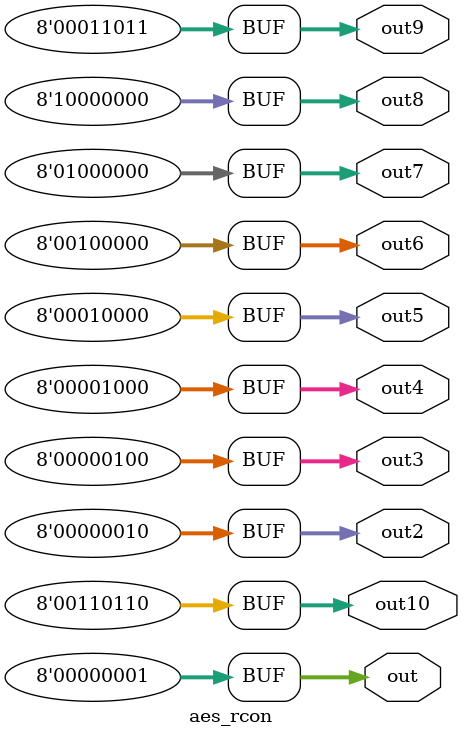
<source format=v>
module aes_key_expand_128(key,key_s0,key_s1,key_s2,key_s3,key_s4,key_s5,key_s6,key_s7,key_s8,key_s9,key_s10);
    input	[127:0]	key;
    output [127:0] key_s0,key_s1,key_s2,key_s3,key_s4,key_s5,key_s6,key_s7,key_s8,key_s9,key_s10;

    wire	[31:0]	w0,w1,w2,w3, w4, w5, w6, w7, w8, w9, w10, w11, w12, w13, w14, w15, w16, w17,
                                w18, w19, w20, w21, w22, w23, w24, w25, w26, w27, w28, w29, w30, w31, w32, w33,
                                w34, w35, w36, w37, w38, w39, w40, w41, w42, w43;
    wire [31:0]	subword, subword2,subword3,subword4,subword5, subword6, subword7,subword8,subword9,subword10;			
    wire [7:0] rcon, rcon2,rcon3,rcon4,rcon5, rcon6, rcon7,rcon8,rcon9,rcon10;	

    assign w0 =  key[127:096];
    assign w1 =  key[095:064];
    assign w2 =  key[063:032];
    assign w3 =  key[031:000];

    assign w4 =  key[127:096]^subword^{8'h01,24'b0};
    assign w5 =  key[095:064]^key[127:096]^subword^{8'h01,24'b0};
    assign w6 =  key[063:032]^key[095:064]^key[127:096]^subword^{8'h01,24'b0}; 
    assign w7 =  key[127:096]^key[095:064]^key[063:032]^key[031:000]^subword^{8'h01,24'b0};

    // Il round coefficient (rcon) viene aggiunto solo agli 8 bit più a sinistra della word
    // Infatti a rcon2 vengono concatenati a destra 24 bit a 0 e lo XOR fa passare invariati i 24 bit dell'altro ingresso
    assign w8  =  w4^subword2^{rcon2,24'b0};
    assign w9  =  w5^w4^subword2^{rcon2,24'b0};
    assign w10 =  w6^w5^w4^subword2^{rcon2,24'b0}; 
    assign w11 =  w7^w6^w5^w4^subword2^{rcon2,24'b0};


    assign w12  =  w8^subword3^{rcon3,24'b0};
    assign w13  =  w8^w9^subword3^{rcon3,24'b0};
    assign w14  =  w8^w9^w10^subword3^{rcon3,24'b0}; 
    assign w15  =  w8^w9^w10^w11^subword3^{rcon3,24'b0};


    assign w16  =  w12^subword4^{rcon4,24'b0};
    assign w17  =  w12^w13^subword4^{rcon4,24'b0};
    assign w18  =  w12^w13^w14^subword4^{rcon4,24'b0}; 
    assign w19  =  w12^w13^w14^w15^subword4^{rcon4,24'b0};


    assign w20  =  w16^subword5^{rcon5,24'b0};
    assign w21  =  w16^w17^subword5^{rcon5,24'b0};
    assign w22  =  w16^w17^w18^subword5^{rcon5,24'b0}; 
    assign w23  =  w16^w17^w18^w19^subword5^{rcon5,24'b0};


    assign w24  =  w20^subword6^{rcon6,24'b0};
    assign w25  =  w20^w21^subword6^{rcon6,24'b0};
    assign w26  =  w20^w21^w22^subword6^{rcon6,24'b0}; 
    assign w27  =  w20^w21^w22^w23^subword6^{rcon6,24'b0};

    assign w28  =  w24^subword7^{rcon7,24'b0};
    assign w29  =  w24^w25^subword7^{rcon7,24'b0};
    assign w30  =  w24^w25^w26^subword7^{rcon7,24'b0}; 
    assign w31  =  w24^w25^w26^w27^subword7^{rcon7,24'b0};


    assign w32  =  w28^subword8^{rcon8,24'b0};
    assign w33  =  w28^w29^subword8^{rcon8,24'b0};
    assign w34  =  w28^w29^w30^subword8^{rcon8,24'b0}; 
    assign w35  =  w28^w29^w30^w31^subword8^{rcon8,24'b0};

    assign w36  =  w32^subword9^{rcon9,24'b0};
    assign w37  =  w32^w33^subword9^{rcon9,24'b0};
    assign w38  =  w32^w33^w34^subword9^{rcon9,24'b0}; 
    assign w39  =  w32^w33^w34^w35^subword9^{rcon9,24'b0};

    assign w40  =  w36^subword10^{rcon10,24'b0};
    assign w41  =  w36^w37^subword10^{rcon10,24'b0};
    assign w42  =  w36^w37^w38^subword10^{rcon10,24'b0}; 
    assign w43  =  w36^w37^w38^w39^subword10^{rcon10,24'b0};


    aes_rcon r1(rcon,rcon2,rcon3,rcon4,rcon5,rcon6,rcon7,rcon8,rcon9,rcon10);

    // solo le word w[3], w[7], w[11], w[15], w[19], w[23], w[27], w[31], w[35] e w[39] vanno in ingresso alla funzione g()

    // sostituzione + spostamento dei byte (si tratta della funzione g())
    sbox u0(w3[23:16],subword[31:24]);
    sbox u1(w3[15:8], subword[23:16]);
    sbox u2(w3[7:0], subword[15:8]);
    sbox u3(w3[31:24], subword[7:0]); 

    sbox u4(w7[23:16], subword2[31:24]);
    sbox u5(w7[15:08], subword2[23:16]);
    sbox u6(w7[7:0], subword2[15:8]);
    sbox u7(w7[31:24], subword2[7:0]); 


    sbox u8(w11[23:16], subword3[31:24]);
    sbox u9(w11[15:8], subword3[23:16]);
    sbox u10(w11[7:0], subword3[15:08]);
    sbox u11(w11[31:24], subword3[7:0]); 


    sbox u12(w15[23:16], subword4[31:24]);
    sbox u13(w15[15:08], subword4[23:16]);
    sbox u14(w15[7:0], subword4[15:8]);
    sbox u15(w15[31:24], subword4[7:0]); 

    sbox u16(w19[23:16],subword5[31:24]);
    sbox u17(w19[15:8], subword5[23:16]);
    sbox u18(w19[7:0], subword5[15:8]);
    sbox u19(w19[31:24], subword5[7:0]); 

    sbox u20(w23[23:16], subword6[31:24]);
    sbox u21(w23[15:8], subword6[23:16]);
    sbox u22(w23[7:0], subword6[15:8]);
    sbox u23(w23[31:24], subword6[7:0]); 

    sbox u24(w27[23:16], subword7[31:24]);
    sbox u25(w27[15:08], subword7[23:16]);
    sbox u26(w27[7:0], subword7[15:8]);
    sbox u27(w27[31:24], subword7[7:0]); 

    sbox u28(w31[23:16], subword8[31:24]);
    sbox u29(w31[15:08], subword8[23:16]);
    sbox u30(w31[7:0], subword8[15:8]);
    sbox u31(w31[31:24], subword8[7:0]); 

    sbox u32(w35[23:16], subword9[31:24]);
    sbox u33(w35[15:08], subword9[23:16]);
    sbox u34(w35[7:0], subword9[15:8]);
    sbox u35(w35[31:24], subword9[7:0]); 

    sbox u36(w39[23:16], subword10[31:24]);
    sbox u37(w39[15:08], subword10[23:16]);
    sbox u38(w39[7:0], subword10[15:8]);
    sbox u39(w39[31:24], subword10[7:0]); 

    assign key_s0={w0,w1,w2,w3};
    assign key_s1={w4,w5,w6,w7};
    assign key_s2={w8,w9,w10,w11};
    assign key_s3={w12,w13,w14,w15};
    assign key_s4={w16,w17,w18,w19};
    assign key_s5={w20,w21,w22,w23};
    assign key_s6={w24,w25,w26,w27};
    assign key_s7={w28,w29,w30,w31};
    assign key_s8={w32,w33,w34,w35};
    assign key_s9={w36,w37,w38,w39};
    assign key_s10={w40,w41,w42,w43};

endmodule

module aes_rcon(out,out2,out3,out4,out5,out6,out7,out8,out9,out10);

    output [7:0] out,out2,out3,out4,out5,out6,out7,out8,out9,out10;

    assign	out  = frcon(0);
    assign	out2 = frcon(1); 
    assign	out3 = frcon(2);
    assign	out4 = frcon(3);
    assign	out5 = frcon(4);
    assign	out6 = frcon(5);
    assign	out7 = frcon(6); 
    assign	out8 = frcon(7);
    assign	out9 = frcon(8);
    assign	out10 = frcon(9);		 

    function [7:0] frcon;

    input [3:0]	i;

    case(i)	
    4'h0: frcon=8'h01;		//1
    4'h1: frcon=8'h02;		//x
    4'h2: frcon=8'h04;		//x^2
    4'h3: frcon=8'h08;		//x^3
    4'h4: frcon=8'h10;		//x^4
    4'h5: frcon=8'h20;		//x^5
    4'h6: frcon=8'h40;		//x^6
    4'h7: frcon=8'h80;		//x^7
    4'h8: frcon=8'h1b;		//x^8 = (00011011)
    4'h9: frcon=8'h36;		//x^9 = (00110110)
    default: frcon=8'h00;
    endcase

    endfunction

endmodule
</source>
